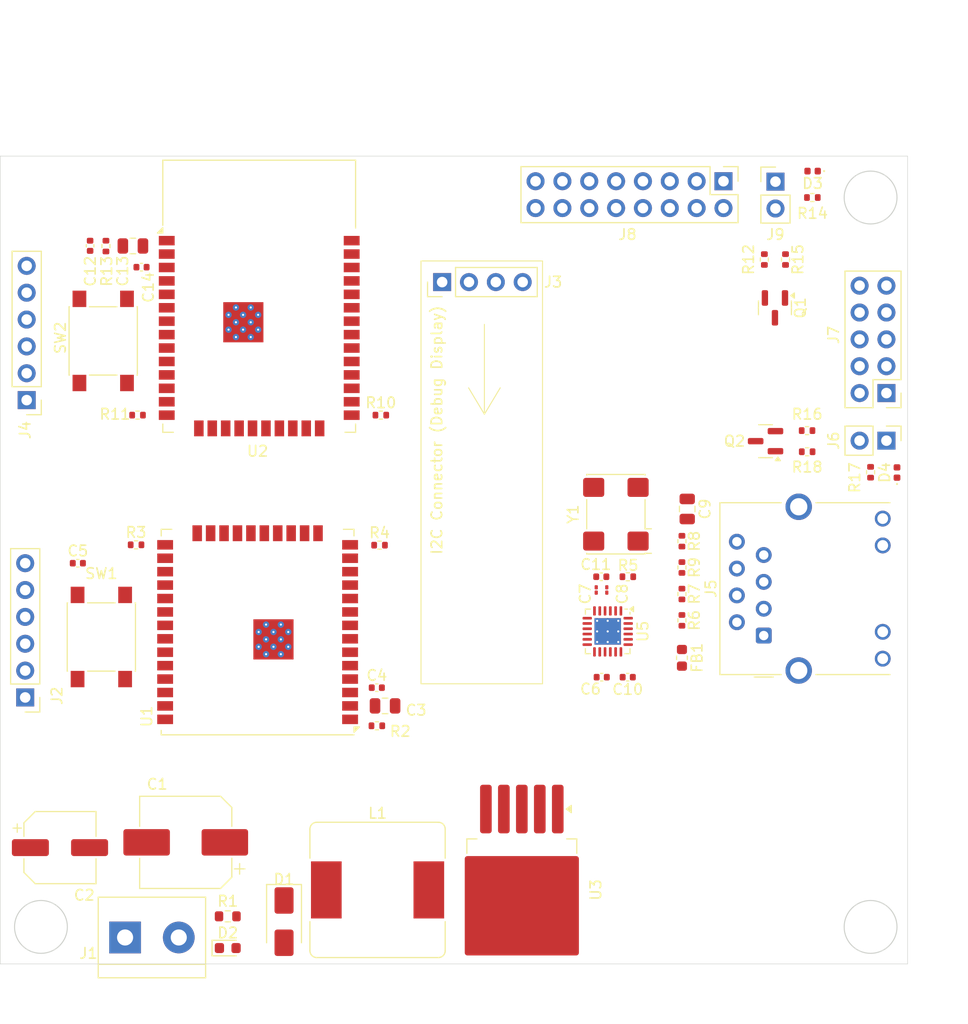
<source format=kicad_pcb>
(kicad_pcb (version 20241229) (generator "pcbnew") (generator_version "9.0")
  (title_block (title "Dual ESP32 Breakout Board") (date "2025-06-12") (rev "0.1") (company "CommandWare"))
  (layers (0 "F.Cu" signal) (4 "In1.Cu" signal) (6 "In2.Cu" signal) (8 "In3.Cu" signal) (10 "In4.Cu" signal) (2 "B.Cu" signal) (13 "F.Paste" user) (15 "B.Paste" user) (5 "F.SilkS" user "F.Silkscreen") (7 "B.SilkS" user "B.Silkscreen") (1 "F.Mask" user) (3 "B.Mask" user) (25 "Edge.Cuts" user))
  (net 0 "")
  (net 1 "Net-(J5-TD+)")
  (net 4 "Net-(J5-RCT)")
  (net 6 "Net-(J5-RD+)")
  (net 7 "Net-(J5-RD-)")
  (net 11 "/+3.3V")
  (net 13 "Net-(J5-TD-)")
  (net 14 "Net-(U1-IO19)")
  (net 18 "Net-(U1-IO12)")
  (net 23 "Net-(U1-IO26)")
  (net 24 "Net-(U1-IO18)")
  (net 25 "Net-(U1-EN)")
  (net 26 "Net-(U1-IO21)")
  (net 27 "Net-(U1-IO0)")
  (net 28 "Net-(U1-IO25)")
  (net 30 "Net-(U1-IO17)")
  (net 31 "Net-(U1-IO16)")
  (net 32 "Net-(U1-IO27)")
  (net 38 "Net-(U2-IO0)")
  (net 43 "Net-(U2-IO12)")
  (net 47 "Net-(U2-EN)")
  (net 50 "Net-(D2-A)")
  (net 51 "/+24V")
  (net 56 "/+3.3V_Filtered")
  (net 58 "Net-(U5-RBIAS)")
  (net 60 "Net-(U5-VDDCR)")
  (net 62 "Net-(U5-XTAL1{slash}CLKIN)")
  (net 63 "Net-(D2-K)")
  (net 64 "Net-(J6-Pin_2)")
  (net 65 "Net-(J2-DTR)")
  (net 66 "Net-(J4-DTR)")
  (net 67 "Net-(J2-RXD)")
  (net 70 "Net-(J2-TXD)")
  (net 71 "Net-(J3-SCL)")
  (net 72 "Net-(J3-SDA)")
  (net 74 "Net-(J4-RXD)")
  (net 75 "Net-(J4-TXD)")
  (net 77 "Net-(J9-Pin_2)")
  (net 78 "Net-(J7-GPIO15)")
  (net 79 "Net-(J7-GPIO5)")
  (net 80 "Net-(J7-GPIO13)")
  (net 81 "Net-(J7-GPIO32)")
  (net 82 "Net-(J7-GPIO4)")
  (net 83 "Net-(J7-GPIO33)")
  (net 84 "Net-(J7-GPIO14)")
  (net 85 "Net-(J8-P26)")
  (net 86 "Net-(J8-P15)")
  (net 87 "Net-(J8-P14)")
  (net 88 "Net-(J8-P4)")
  (net 89 "Net-(J8-P23)")
  (net 90 "Net-(J8-P19)")
  (net 91 "Net-(J8-P32)")
  (net 92 "Net-(J8-P18)")
  (net 93 "Net-(J8-P33)")
  (net 94 "Net-(J8-P27)")
  (net 95 "Net-(J8-P5)")
  (net 96 "Net-(J8-P13)")
  (net 97 "Net-(J8-P25)")
  (net 98 "Net-(D3-K)")
  (net 99 "Net-(D3-A)")
  (net 100 "Net-(D4-A)")
  (net 101 "Net-(D4-K)")
  (net 102 "Net-(Q1-B)")
  (net 103 "Net-(Q2-B)")
  (footprint "Connector_PinHeader_2.54mm:PinHeader_1x02_P2.54mm_Vertical" (layer "F.Cu") (at 186.425 91.415 -90)
    (property "Reference" "J6" (at 0 5 90) (layer "F.SilkS"))
    (property "Value" "U1@DEBUG")
    (pad "1" thru_hole rect (at 0 0 270) (size 1.7 1.7) (drill 1) (layers "*.Cu" "*.Mask") (net 11 "/+3.3V"))
    (pad "2" thru_hole circle (at 0 2.54 270) (size 1.7 1.7) (drill 1) (layers "*.Cu" "*.Mask") (net 64 "Net-(J6-Pin_2)"))
  )
  (footprint "Capacitor_SMD:C_0402_1005Metric" (layer "F.Cu") (at 138.203304 114.784346)
    (property "Reference" "C4" (at 0 -1.16 0) (layer "F.SilkS"))
    (property "Value" "100nF")
    (pad "1" smd roundrect (at -0.48 0) (size 0.56 0.62) (layers "F.Cu" "F.Mask" "F.Paste") (net 11 "/+3.3V"))
    (pad "2" smd roundrect (at 0.48 0) (size 0.56 0.62) (layers "F.Cu" "F.Mask" "F.Paste") (net 11 "/+3.3V"))
  )
  (footprint "LED_SMD:LED_0603_1608Metric" (layer "F.Cu") (at 124.1 139.415)
    (property "Reference" "D2" (at 0 -1.43 0) (layer "F.SilkS"))
    (property "Value" "LED")
    (pad "1" smd roundrect (at -0.7875 0) (size 0.875 0.95) (layers "F.Cu" "F.Mask" "F.Paste") (net 63 "Net-(D2-K)"))
    (pad "2" smd roundrect (at 0.7875 0) (size 0.875 0.95) (layers "F.Cu" "F.Mask" "F.Paste") (net 50 "Net-(D2-A)"))
  )
  (footprint "Capacitor_SMD:C_01005_0402Metric" (layer "F.Cu") (at 159.965 105.54 90)
    (property "Reference" "C8" (at -0.375 1.46 90) (layer "F.SilkS"))
    (property "Value" "470pF")
    (pad "1" smd roundrect (at -0.25 0 90) (size 0.4 0.3) (layers "F.Cu" "F.Mask") (net 60 "Net-(U5-VDDCR)"))
    (pad "2" smd roundrect (at 0.25 0 90) (size 0.4 0.3) (layers "F.Cu" "F.Mask") (net 11 "/+3.3V"))
  )
  (footprint "Resistor_SMD:R_0402_1005Metric" (layer "F.Cu") (at 179.415 68.415)
    (property "Reference" "R14" (at 0.01 1.5 0) (layer "F.SilkS"))
    (property "Value" "1kΩ")
    (pad "1" smd roundrect (at -0.51 0) (size 0.54 0.64) (layers "F.Cu" "F.Mask" "F.Paste") (net 77 "Net-(J9-Pin_2)"))
    (pad "2" smd roundrect (at 0.51 0) (size 0.54 0.64) (layers "F.Cu" "F.Mask" "F.Paste") (net 99 "Net-(D3-A)"))
  )
  (footprint "Resistor_SMD:R_0402_1005Metric" (layer "F.Cu") (at 167.075 108.415 -90)
    (property "Reference" "R6" (at 0 -1.17 90) (layer "F.SilkS"))
    (property "Value" "49.9Ω, 1% Resistor")
    (pad "1" smd roundrect (at -0.51 0 270) (size 0.54 0.64) (layers "F.Cu" "F.Mask" "F.Paste") (net 1 "Net-(J5-TD+)"))
    (pad "2" smd roundrect (at 0.51 0 270) (size 0.54 0.64) (layers "F.Cu" "F.Mask" "F.Paste") (net 56 "/+3.3V_Filtered"))
  )
  (footprint "Resistor_SMD:R_0402_1005Metric" (layer "F.Cu") (at 115.565 89)
    (property "Reference" "R11" (at -2.14 -0.085 0) (layer "F.SilkS"))
    (property "Value" "10kΩ")
    (pad "1" smd roundrect (at -0.51 0) (size 0.54 0.64) (layers "F.Cu" "F.Mask" "F.Paste") (net 43 "Net-(U2-IO12)"))
    (pad "2" smd roundrect (at 0.51 0) (size 0.54 0.64) (layers "F.Cu" "F.Mask" "F.Paste") (net 11 "/+3.3V"))
  )
  (footprint "Resistor_SMD:R_0402_1005Metric" (layer "F.Cu") (at 161.955 104.29 180)
    (property "Reference" "R5" (at -0.026009 1.078186 0) (layer "F.SilkS"))
    (property "Value" "12.1kΩ, 1% Resistor")
    (pad "1" smd roundrect (at -0.51 0 180) (size 0.54 0.64) (layers "F.Cu" "F.Mask" "F.Paste") (net 58 "Net-(U5-RBIAS)"))
    (pad "2" smd roundrect (at 0.51 0 180) (size 0.54 0.64) (layers "F.Cu" "F.Mask" "F.Paste") (net 11 "/+3.3V"))
  )
  (footprint "Capacitor_SMD:C_0402_1005Metric" (layer "F.Cu") (at 161.945 113.79 180)
    (property "Reference" "C10" (at 0 -1.16 0) (layer "F.SilkS"))
    (property "Value" "100nF")
    (pad "1" smd roundrect (at -0.48 0 180) (size 0.56 0.62) (layers "F.Cu" "F.Mask" "F.Paste") (net 56 "/+3.3V_Filtered"))
    (pad "2" smd roundrect (at 0.48 0 180) (size 0.56 0.62) (layers "F.Cu" "F.Mask" "F.Paste") (net 11 "/+3.3V"))
  )
  (footprint "RF_Module:ESP32-WROOM-32D" (layer "F.Cu") (at 127.075 80.745)
    (property "Reference" "U2" (at -0.15 11.67 180) (layer "F.SilkS"))
    (property "Value" "ESP32-WROOM-32D")
    (pad "1" smd rect (at -8.75 -8.25) (size 1.5 0.9) (layers "F.Cu" "F.Mask" "F.Paste") (net 11 "/+3.3V"))
    (pad "2" smd rect (at -8.75 -6.98) (size 1.5 0.9) (layers "F.Cu" "F.Mask" "F.Paste") (net 11 "/+3.3V"))
    (pad "3" smd rect (at -8.75 -5.71) (size 1.5 0.9) (layers "F.Cu" "F.Mask" "F.Paste") (net 47 "Net-(U2-EN)"))
    (pad "4" smd rect (at -8.75 -4.44) (size 1.5 0.9) (layers "F.Cu" "F.Mask" "F.Paste"))
    (pad "5" smd rect (at -8.75 -3.17) (size 1.5 0.9) (layers "F.Cu" "F.Mask" "F.Paste"))
    (pad "6" smd rect (at -8.75 -1.9) (size 1.5 0.9) (layers "F.Cu" "F.Mask" "F.Paste"))
    (pad "7" smd rect (at -8.75 -0.63) (size 1.5 0.9) (layers "F.Cu" "F.Mask" "F.Paste"))
    (pad "8" smd rect (at -8.75 0.64) (size 1.5 0.9) (layers "F.Cu" "F.Mask" "F.Paste") (net 91 "Net-(J8-P32)"))
    (pad "9" smd rect (at -8.75 1.91) (size 1.5 0.9) (layers "F.Cu" "F.Mask" "F.Paste") (net 93 "Net-(J8-P33)"))
    (pad "10" smd rect (at -8.75 3.18) (size 1.5 0.9) (layers "F.Cu" "F.Mask" "F.Paste") (net 97 "Net-(J8-P25)"))
    (pad "11" smd rect (at -8.75 4.45) (size 1.5 0.9) (layers "F.Cu" "F.Mask" "F.Paste") (net 85 "Net-(J8-P26)"))
    (pad "12" smd rect (at -8.75 5.72) (size 1.5 0.9) (layers "F.Cu" "F.Mask" "F.Paste") (net 94 "Net-(J8-P27)"))
    (pad "13" smd rect (at -8.75 6.99) (size 1.5 0.9) (layers "F.Cu" "F.Mask" "F.Paste") (net 87 "Net-(J8-P14)"))
    (pad "14" smd rect (at -8.75 8.26) (size 1.5 0.9) (layers "F.Cu" "F.Mask" "F.Paste") (net 43 "Net-(U2-IO12)"))
    (pad "15" smd rect (at -5.71 9.51 90) (size 1.5 0.9) (layers "F.Cu" "F.Mask" "F.Paste") (net 11 "/+3.3V"))
    (pad "16" smd rect (at -4.44 9.51 90) (size 1.5 0.9) (layers "F.Cu" "F.Mask" "F.Paste") (net 96 "Net-(J8-P13)"))
    (pad "17" smd rect (at -3.17 9.51 90) (size 1.5 0.9) (layers "F.Cu" "F.Mask" "F.Paste"))
    (pad "18" smd rect (at -1.9 9.51 90) (size 1.5 0.9) (layers "F.Cu" "F.Mask" "F.Paste"))
    (pad "19" smd rect (at -0.63 9.51 90) (size 1.5 0.9) (layers "F.Cu" "F.Mask" "F.Paste"))
    (pad "20" smd rect (at 0.64 9.51 90) (size 1.5 0.9) (layers "F.Cu" "F.Mask" "F.Paste"))
    (pad "21" smd rect (at 1.91 9.51 90) (size 1.5 0.9) (layers "F.Cu" "F.Mask" "F.Paste"))
    (pad "22" smd rect (at 3.18 9.51 90) (size 1.5 0.9) (layers "F.Cu" "F.Mask" "F.Paste"))
    (pad "23" smd rect (at 4.45 9.51 90) (size 1.5 0.9) (layers "F.Cu" "F.Mask" "F.Paste") (net 86 "Net-(J8-P15)"))
    (pad "24" smd rect (at 5.72 9.51 90) (size 1.5 0.9) (layers "F.Cu" "F.Mask" "F.Paste") (net 77 "Net-(J9-Pin_2)"))
    (pad "25" smd rect (at 8.75 8.26) (size 1.5 0.9) (layers "F.Cu" "F.Mask" "F.Paste") (net 38 "Net-(U2-IO0)"))
    (pad "26" smd rect (at 8.75 6.99) (size 1.5 0.9) (layers "F.Cu" "F.Mask" "F.Paste") (net 88 "Net-(J8-P4)"))
    (pad "27" smd rect (at 8.75 5.72) (size 1.5 0.9) (layers "F.Cu" "F.Mask" "F.Paste") (net 30 "Net-(U1-IO17)"))
    (pad "28" smd rect (at 8.75 4.45) (size 1.5 0.9) (layers "F.Cu" "F.Mask" "F.Paste") (net 31 "Net-(U1-IO16)"))
    (pad "29" smd rect (at 8.75 3.18) (size 1.5 0.9) (layers "F.Cu" "F.Mask" "F.Paste") (net 95 "Net-(J8-P5)"))
    (pad "30" smd rect (at 8.75 1.91) (size 1.5 0.9) (layers "F.Cu" "F.Mask" "F.Paste") (net 92 "Net-(J8-P18)"))
    (pad "31" smd rect (at 8.75 0.64) (size 1.5 0.9) (layers "F.Cu" "F.Mask" "F.Paste") (net 90 "Net-(J8-P19)"))
    (pad "32" smd rect (at 8.75 -0.63) (size 1.5 0.9) (layers "F.Cu" "F.Mask" "F.Paste"))
    (pad "33" smd rect (at 8.75 -1.9) (size 1.5 0.9) (layers "F.Cu" "F.Mask" "F.Paste") (net 72 "Net-(J3-SDA)"))
    (pad "34" smd rect (at 8.75 -3.17) (size 1.5 0.9) (layers "F.Cu" "F.Mask" "F.Paste") (net 75 "Net-(J4-TXD)"))
    (pad "35" smd rect (at 8.75 -4.44) (size 1.5 0.9) (layers "F.Cu" "F.Mask" "F.Paste") (net 74 "Net-(J4-RXD)"))
    (pad "36" smd rect (at 8.75 -5.71) (size 1.5 0.9) (layers "F.Cu" "F.Mask" "F.Paste") (net 71 "Net-(J3-SCL)"))
    (pad "37" smd rect (at 8.75 -6.98) (size 1.5 0.9) (layers "F.Cu" "F.Mask" "F.Paste") (net 89 "Net-(J8-P23)"))
    (pad "38" smd rect (at 8.75 -8.25) (size 1.5 0.9) (layers "F.Cu" "F.Mask" "F.Paste") (net 11 "/+3.3V"))
    (pad "39" smd rect (at -2.9 -1.93) (size 0.9 0.9) (layers "F.Cu" "F.Paste") (net 11 "/+3.3V"))
    (pad "39" thru_hole circle (at -2.9 -1.23) (size 0.6 0.6) (drill 0.2) (property pad_prop_heatsink) (layers "*.Cu" "F.Mask") (net 11 "/+3.3V"))
    (pad "39" smd rect (at -2.9 -0.53) (size 0.9 0.9) (layers "F.Cu" "F.Paste") (net 11 "/+3.3V"))
    (pad "39" thru_hole circle (at -2.9 0.17) (size 0.6 0.6) (drill 0.2) (property pad_prop_heatsink) (layers "*.Cu" "F.Mask") (net 11 "/+3.3V"))
    (pad "39" smd rect (at -2.9 0.87) (size 0.9 0.9) (layers "F.Cu" "F.Paste") (net 11 "/+3.3V"))
    (pad "39" thru_hole circle (at -2.2 -1.93) (size 0.6 0.6) (drill 0.2) (property pad_prop_heatsink) (layers "*.Cu" "F.Mask") (net 11 "/+3.3V"))
    (pad "39" thru_hole circle (at -2.2 -0.53) (size 0.6 0.6) (drill 0.2) (property pad_prop_heatsink) (layers "*.Cu" "F.Mask") (net 11 "/+3.3V"))
    (pad "39" thru_hole circle (at -2.2 0.87) (size 0.6 0.6) (drill 0.2) (property pad_prop_heatsink) (layers "*.Cu" "F.Mask") (net 11 "/+3.3V"))
    (pad "39" thru_hole circle (at -1.525 -1.23) (size 0.6 0.6) (drill 0.2) (property pad_prop_heatsink) (layers "*.Cu" "F.Mask") (net 11 "/+3.3V"))
    (pad "39" thru_hole circle (at -1.525 0.17) (size 0.6 0.6) (drill 0.2) (property pad_prop_heatsink) (layers "*.Cu" "F.Mask") (net 11 "/+3.3V"))
    (pad "39" smd rect (at -1.5 -1.93) (size 0.9 0.9) (layers "F.Cu" "F.Paste") (net 11 "/+3.3V"))
    (pad "39" smd rect (at -1.5 -0.53) (size 0.9 0.9) (layers "F.Cu" "F.Paste") (net 11 "/+3.3V"))
    (pad "39" smd rect (at -1.5 -0.53) (size 3.8 3.8) (property pad_prop_heatsink) (layers "F.Cu" "F.Mask") (net 11 "/+3.3V"))
    (pad "39" smd rect (at -1.5 0.87) (size 0.9 0.9) (layers "F.Cu" "F.Paste") (net 11 "/+3.3V"))
    (pad "39" thru_hole circle (at -0.8 -1.93) (size 0.6 0.6) (drill 0.2) (property pad_prop_heatsink) (layers "*.Cu" "F.Mask") (net 11 "/+3.3V"))
    (pad "39" thru_hole circle (at -0.8 -0.53) (size 0.6 0.6) (drill 0.2) (property pad_prop_heatsink) (layers "*.Cu" "F.Mask") (net 11 "/+3.3V"))
    (pad "39" thru_hole circle (at -0.8 0.87) (size 0.6 0.6) (drill 0.2) (property pad_prop_heatsink) (layers "*.Cu" "F.Mask") (net 11 "/+3.3V"))
    (pad "39" smd rect (at -0.1 -1.93) (size 0.9 0.9) (layers "F.Cu" "F.Paste") (net 11 "/+3.3V"))
    (pad "39" thru_hole circle (at -0.1 -1.23) (size 0.6 0.6) (drill 0.2) (property pad_prop_heatsink) (layers "*.Cu" "F.Mask") (net 11 "/+3.3V"))
    (pad "39" smd rect (at -0.1 -0.53) (size 0.9 0.9) (layers "F.Cu" "F.Paste") (net 11 "/+3.3V"))
    (pad "39" thru_hole circle (at -0.1 0.17) (size 0.6 0.6) (drill 0.2) (property pad_prop_heatsink) (layers "*.Cu" "F.Mask") (net 11 "/+3.3V"))
    (pad "39" smd rect (at -0.1 0.87) (size 0.9 0.9) (layers "F.Cu" "F.Paste") (net 11 "/+3.3V"))
  )
  (footprint "Connector_PinHeader_2.54mm:PinHeader_2x05_P2.54mm_Vertical" (layer "F.Cu") (at 186.425 86.915 180)
    (property "Reference" "J7" (at 5 5.5 90) (layer "F.SilkS"))
    (property "Value" "GPIO_EXT@U1")
    (pad "1" thru_hole rect (at 0 0 180) (size 1.7 1.7) (drill 1) (layers "*.Cu" "*.Mask") (net 11 "/+3.3V"))
    (pad "2" thru_hole circle (at 2.54 0 180) (size 1.7 1.7) (drill 1) (layers "*.Cu" "*.Mask") (net 11 "/+3.3V"))
    (pad "3" thru_hole circle (at 0 2.54 180) (size 1.7 1.7) (drill 1) (layers "*.Cu" "*.Mask") (net 82 "Net-(J7-GPIO4)"))
    (pad "4" thru_hole circle (at 2.54 2.54 180) (size 1.7 1.7) (drill 1) (layers "*.Cu" "*.Mask") (net 79 "Net-(J7-GPIO5)"))
    (pad "5" thru_hole circle (at 0 5.08 180) (size 1.7 1.7) (drill 1) (layers "*.Cu" "*.Mask") (net 80 "Net-(J7-GPIO13)"))
    (pad "6" thru_hole circle (at 2.54 5.08 180) (size 1.7 1.7) (drill 1) (layers "*.Cu" "*.Mask") (net 84 "Net-(J7-GPIO14)"))
    (pad "7" thru_hole circle (at 0 7.62 180) (size 1.7 1.7) (drill 1) (layers "*.Cu" "*.Mask") (net 78 "Net-(J7-GPIO15)"))
    (pad "8" thru_hole circle (at 2.54 7.62 180) (size 1.7 1.7) (drill 1) (layers "*.Cu" "*.Mask") (net 81 "Net-(J7-GPIO32)"))
    (pad "9" thru_hole circle (at 0 10.16 180) (size 1.7 1.7) (drill 1) (layers "*.Cu" "*.Mask") (net 83 "Net-(J7-GPIO33)"))
    (pad "10" thru_hole circle (at 2.54 10.16 180) (size 1.7 1.7) (drill 1) (layers "*.Cu" "*.Mask") (net 11 "/+3.3V"))
  )
  (footprint "Package_TO_SOT_SMD:SOT-23" (layer "F.Cu") (at 174.9875 91.465 180)
    (property "Reference" "Q2" (at 2.9375 0 0) (layer "F.SilkS"))
    (property "Value" "MMBT2222A")
    (pad "1" smd roundrect (at -0.9375 -0.95 180) (size 1.475 0.6) (layers "F.Cu" "F.Mask" "F.Paste") (net 103 "Net-(Q2-B)"))
    (pad "2" smd roundrect (at -0.9375 0.95 180) (size 1.475 0.6) (layers "F.Cu" "F.Mask" "F.Paste") (net 11 "/+3.3V"))
    (pad "3" smd roundrect (at 0.9375 0 180) (size 1.475 0.6) (layers "F.Cu" "F.Mask" "F.Paste") (net 101 "Net-(D4-K)"))
  )
  (footprint "Capacitor_SMD:C_0402_1005Metric" (layer "F.Cu") (at 159.485 113.79 180)
    (property "Reference" "C6" (at 1.06 -1.125 0) (layer "F.SilkS"))
    (property "Value" "100nF")
    (pad "1" smd roundrect (at -0.48 0 180) (size 0.56 0.62) (layers "F.Cu" "F.Mask" "F.Paste") (net 11 "/+3.3V"))
    (pad "2" smd roundrect (at 0.48 0 180) (size 0.56 0.62) (layers "F.Cu" "F.Mask" "F.Paste") (net 24 "Net-(U1-IO18)"))
  )
  (footprint "Oscillator:Oscillator_SMD_SeikoEpson_SG8002CA-4Pin_7.0x5.0mm" (layer "F.Cu") (at 160.825 98.375 90)
    (property "Reference" "Y1" (at 0 -4.05 90) (layer "F.SilkS"))
    (property "Value" "SG-7050CAN (50MHz)")
    (pad "1" smd roundrect (at -2.54 2.1 90) (size 1.8 2) (layers "F.Cu" "F.Mask" "F.Paste") (roundrect_rratio 0.138889) (net 11 "/+3.3V"))
    (pad "2" smd roundrect (at 2.54 2.1 90) (size 1.8 2) (layers "F.Cu" "F.Mask" "F.Paste") (roundrect_rratio 0.138889) (net 24 "Net-(U1-IO18)"))
    (pad "3" smd roundrect (at 2.54 -2.1 90) (size 1.8 2) (layers "F.Cu" "F.Mask" "F.Paste") (roundrect_rratio 0.138889) (net 62 "Net-(U5-XTAL1{slash}CLKIN)"))
    (pad "4" smd roundrect (at -2.54 -2.1 90) (size 1.8 2) (layers "F.Cu" "F.Mask" "F.Paste") (roundrect_rratio 0.138889) (net 11 "/+3.3V"))
  )
  (footprint "Capacitor_SMD:CP_Elec_8x10.5" (layer "F.Cu") (at 120.125 129.415 180)
    (property "Reference" "C1" (at 2.7 5.5 0) (layer "F.SilkS"))
    (property "Value" "220uF")
    (pad "1" smd roundrect (at -3.7 0 180) (size 4.4 2.5) (layers "F.Cu" "F.Mask" "F.Paste") (roundrect_rratio 0.1) (net 11 "/+3.3V"))
    (pad "2" smd roundrect (at 3.7 0 180) (size 4.4 2.5) (layers "F.Cu" "F.Mask" "F.Paste") (roundrect_rratio 0.1) (net 11 "/+3.3V"))
  )
  (footprint "Resistor_SMD:R_0402_1005Metric" (layer "F.Cu") (at 178.925 92.465 180)
    (property "Reference" "R18" (at 0 -1.45 0) (layer "F.SilkS"))
    (property "Value" "4.7kΩ")
    (pad "1" smd roundrect (at -0.51 0 180) (size 0.54 0.64) (layers "F.Cu" "F.Mask" "F.Paste") (net 103 "Net-(Q2-B)"))
    (pad "2" smd roundrect (at 0.51 0 180) (size 0.54 0.64) (layers "F.Cu" "F.Mask" "F.Paste") (net 64 "Net-(J6-Pin_2)"))
  )
  (footprint "Inductor_SMD:L_0603_1608Metric" (layer "F.Cu") (at 167.075 111.9575 -90)
    (property "Reference" "FB1" (at 0 -1.43 90) (layer "F.SilkS"))
    (property "Value" "600Ω@100MHz")
    (pad "1" smd roundrect (at -0.7875 0 270) (size 0.875 0.95) (layers "F.Cu" "F.Mask" "F.Paste") (net 56 "/+3.3V_Filtered"))
    (pad "2" smd roundrect (at 0.7875 0 270) (size 0.875 0.95) (layers "F.Cu" "F.Mask" "F.Paste") (net 11 "/+3.3V"))
  )
  (footprint "Capacitor_SMD:C_0402_1005Metric" (layer "F.Cu") (at 111.075 72.98 90)
    (property "Reference" "C12" (at -2.407605 0.021801 90) (layer "F.SilkS"))
    (property "Value" "100nF")
    (pad "1" smd roundrect (at -0.48 0 90) (size 0.56 0.62) (layers "F.Cu" "F.Mask" "F.Paste") (net 66 "Net-(J4-DTR)"))
    (pad "2" smd roundrect (at 0.48 0 90) (size 0.56 0.62) (layers "F.Cu" "F.Mask" "F.Paste") (net 47 "Net-(U2-EN)"))
  )
  (footprint "Resistor_SMD:R_0402_1005Metric" (layer "F.Cu") (at 138.461977 101.301773)
    (property "Reference" "R4" (at 0 -1.17 0) (layer "F.SilkS"))
    (property "Value" "10kΩ")
    (pad "1" smd roundrect (at -0.51 0) (size 0.54 0.64) (layers "F.Cu" "F.Mask" "F.Paste") (net 18 "Net-(U1-IO12)"))
    (pad "2" smd roundrect (at 0.51 0) (size 0.54 0.64) (layers "F.Cu" "F.Mask" "F.Paste") (net 11 "/+3.3V"))
  )
  (footprint "Inductor_SMD:L_Bourns_SRR1260" (layer "F.Cu") (at 138.275 133.915)
    (property "Reference" "L1" (at 0 -7.25 0) (layer "F.SilkS"))
    (property "Value" "33uH")
    (pad "1" smd rect (at -4.85 0) (size 2.9 5.4) (layers "F.Cu" "F.Mask" "F.Paste") (net 11 "/+3.3V"))
    (pad "2" smd rect (at 4.85 0) (size 2.9 5.4) (layers "F.Cu" "F.Mask" "F.Paste") (net 50 "Net-(D2-A)"))
  )
  (footprint "Resistor_SMD:R_0402_1005Metric" (layer "F.Cu") (at 112.575 73.01 90)
    (property "Reference" "R13" (at -2.377605 0.070898 90) (layer "F.SilkS"))
    (property "Value" "10kΩ")
    (pad "1" smd roundrect (at -0.51 0 90) (size 0.54 0.64) (layers "F.Cu" "F.Mask" "F.Paste") (net 11 "/+3.3V"))
    (pad "2" smd roundrect (at 0.51 0 90) (size 0.54 0.64) (layers "F.Cu" "F.Mask" "F.Paste") (net 47 "Net-(U2-EN)"))
  )
  (footprint "Capacitor_SMD:C_0402_1005Metric" (layer "F.Cu") (at 115.940451 75.004621)
    (property "Reference" "C14" (at 0.643831 1.905826 90) (layer "F.SilkS"))
    (property "Value" "100nF")
    (pad "1" smd roundrect (at -0.48 0) (size 0.56 0.62) (layers "F.Cu" "F.Mask" "F.Paste") (net 11 "/+3.3V"))
    (pad "2" smd roundrect (at 0.48 0) (size 0.56 0.62) (layers "F.Cu" "F.Mask" "F.Paste") (net 11 "/+3.3V"))
  )
  (footprint "LED_SMD:LED_0402_1005Metric" (layer "F.Cu") (at 179.44 65.915 180)
    (property "Reference" "D3" (at 0 -1.17 0) (layer "F.SilkS"))
    (property "Value" "LED")
    (pad "1" smd roundrect (at -0.485 0 180) (size 0.59 0.64) (layers "F.Cu" "F.Mask" "F.Paste") (net 98 "Net-(D3-K)"))
    (pad "2" smd roundrect (at 0.485 0 180) (size 0.59 0.64) (layers "F.Cu" "F.Mask" "F.Paste") (net 99 "Net-(D3-A)"))
  )
  (footprint "RF_Module:ESP32-WROOM-32U" (layer "F.Cu") (at 126.925 109.525 180)
    (property "Reference" "U1" (at 10.490308 -7.983217 90) (layer "F.SilkS"))
    (property "Value" "ESP32-WROOM-32U")
    (pad "1" smd rect (at -8.75 -8.255 180) (size 1.5 0.9) (layers "F.Cu" "F.Mask" "F.Paste") (net 11 "/+3.3V"))
    (pad "2" smd rect (at -8.75 -6.985 180) (size 1.5 0.9) (layers "F.Cu" "F.Mask" "F.Paste") (net 11 "/+3.3V"))
    (pad "3" smd rect (at -8.75 -5.715 180) (size 1.5 0.9) (layers "F.Cu" "F.Mask" "F.Paste") (net 25 "Net-(U1-EN)"))
    (pad "4" smd rect (at -8.75 -4.445 180) (size 1.5 0.9) (layers "F.Cu" "F.Mask" "F.Paste"))
    (pad "5" smd rect (at -8.75 -3.175 180) (size 1.5 0.9) (layers "F.Cu" "F.Mask" "F.Paste"))
    (pad "6" smd rect (at -8.75 -1.905 180) (size 1.5 0.9) (layers "F.Cu" "F.Mask" "F.Paste"))
    (pad "7" smd rect (at -8.75 -0.635 180) (size 1.5 0.9) (layers "F.Cu" "F.Mask" "F.Paste"))
    (pad "8" smd rect (at -8.75 0.635 180) (size 1.5 0.9) (layers "F.Cu" "F.Mask" "F.Paste") (net 81 "Net-(J7-GPIO32)"))
    (pad "9" smd rect (at -8.75 1.905 180) (size 1.5 0.9) (layers "F.Cu" "F.Mask" "F.Paste") (net 83 "Net-(J7-GPIO33)"))
    (pad "10" smd rect (at -8.75 3.175 180) (size 1.5 0.9) (layers "F.Cu" "F.Mask" "F.Paste") (net 28 "Net-(U1-IO25)"))
    (pad "11" smd rect (at -8.75 4.445 180) (size 1.5 0.9) (layers "F.Cu" "F.Mask" "F.Paste") (net 23 "Net-(U1-IO26)"))
    (pad "12" smd rect (at -8.75 5.715 180) (size 1.5 0.9) (layers "F.Cu" "F.Mask" "F.Paste") (net 32 "Net-(U1-IO27)"))
    (pad "13" smd rect (at -8.75 6.985 180) (size 1.5 0.9) (layers "F.Cu" "F.Mask" "F.Paste") (net 84 "Net-(J7-GPIO14)"))
    (pad "14" smd rect (at -8.75 8.255 180) (size 1.5 0.9) (layers "F.Cu" "F.Mask" "F.Paste") (net 18 "Net-(U1-IO12)"))
    (pad "15" smd rect (at -5.715 9.35 270) (size 1.5 0.9) (layers "F.Cu" "F.Mask" "F.Paste") (net 11 "/+3.3V"))
    (pad "16" smd rect (at -4.445 9.35 270) (size 1.5 0.9) (layers "F.Cu" "F.Mask" "F.Paste") (net 80 "Net-(J7-GPIO13)"))
    (pad "17" smd rect (at -3.175 9.35 270) (size 1.5 0.9) (layers "F.Cu" "F.Mask" "F.Paste"))
    (pad "18" smd rect (at -1.905 9.35 270) (size 1.5 0.9) (layers "F.Cu" "F.Mask" "F.Paste"))
    (pad "19" smd rect (at -0.635 9.35 270) (size 1.5 0.9) (layers "F.Cu" "F.Mask" "F.Paste"))
    (pad "20" smd rect (at 0.635 9.35 270) (size 1.5 0.9) (layers "F.Cu" "F.Mask" "F.Paste"))
    (pad "21" smd rect (at 1.905 9.35 270) (size 1.5 0.9) (layers "F.Cu" "F.Mask" "F.Paste"))
    (pad "22" smd rect (at 3.175 9.35 270) (size 1.5 0.9) (layers "F.Cu" "F.Mask" "F.Paste"))
    (pad "23" smd rect (at 4.445 9.35 270) (size 1.5 0.9) (layers "F.Cu" "F.Mask" "F.Paste") (net 78 "Net-(J7-GPIO15)"))
    (pad "24" smd rect (at 5.715 9.35 270) (size 1.5 0.9) (layers "F.Cu" "F.Mask" "F.Paste") (net 64 "Net-(J6-Pin_2)"))
    (pad "25" smd rect (at 8.75 8.255 180) (size 1.5 0.9) (layers "F.Cu" "F.Mask" "F.Paste") (net 27 "Net-(U1-IO0)"))
    (pad "26" smd rect (at 8.75 6.985 180) (size 1.5 0.9) (layers "F.Cu" "F.Mask" "F.Paste") (net 82 "Net-(J7-GPIO4)"))
    (pad "27" smd rect (at 8.75 5.715 180) (size 1.5 0.9) (layers "F.Cu" "F.Mask" "F.Paste") (net 31 "Net-(U1-IO16)"))
    (pad "28" smd rect (at 8.75 4.445 180) (size 1.5 0.9) (layers "F.Cu" "F.Mask" "F.Paste") (net 30 "Net-(U1-IO17)"))
    (pad "29" smd rect (at 8.75 3.175 180) (size 1.5 0.9) (layers "F.Cu" "F.Mask" "F.Paste") (net 79 "Net-(J7-GPIO5)"))
    (pad "30" smd rect (at 8.75 1.905 180) (size 1.5 0.9) (layers "F.Cu" "F.Mask" "F.Paste") (net 24 "Net-(U1-IO18)"))
    (pad "31" smd rect (at 8.75 0.635 180) (size 1.5 0.9) (layers "F.Cu" "F.Mask" "F.Paste") (net 14 "Net-(U1-IO19)"))
    (pad "32" smd rect (at 8.75 -0.635 180) (size 1.5 0.9) (layers "F.Cu" "F.Mask" "F.Paste"))
    (pad "33" smd rect (at 8.75 -1.905 180) (size 1.5 0.9) (layers "F.Cu" "F.Mask" "F.Paste") (net 26 "Net-(U1-IO21)"))
    (pad "34" smd rect (at 8.75 -3.175 180) (size 1.5 0.9) (layers "F.Cu" "F.Mask" "F.Paste") (net 70 "Net-(J2-TXD)"))
    (pad "35" smd rect (at 8.75 -4.445 180) (size 1.5 0.9) (layers "F.Cu" "F.Mask" "F.Paste") (net 67 "Net-(J2-RXD)"))
    (pad "36" smd rect (at 8.75 -5.715 180) (size 1.5 0.9) (layers "F.Cu" "F.Mask" "F.Paste") (net 11 "/+3.3V"))
    (pad "37" smd rect (at 8.75 -6.985 180) (size 1.5 0.9) (layers "F.Cu" "F.Mask" "F.Paste") (net 11 "/+3.3V"))
    (pad "38" smd rect (at 8.75 -8.255 180) (size 1.5 0.9) (layers "F.Cu" "F.Mask" "F.Paste") (net 11 "/+3.3V"))
    (pad "39" smd rect (at -2.9 -2.09 180) (size 0.9 0.9) (layers "F.Cu" "F.Paste") (net 11 "/+3.3V"))
    (pad "39" thru_hole circle (at -2.9 -1.39 180) (size 0.6 0.6) (drill 0.2) (property pad_prop_heatsink) (layers "*.Cu" "F.Mask") (net 11 "/+3.3V"))
    (pad "39" smd rect (at -2.9 -0.69 180) (size 0.9 0.9) (layers "F.Cu" "F.Paste") (net 11 "/+3.3V"))
    (pad "39" thru_hole circle (at -2.9 0.01 180) (size 0.6 0.6) (drill 0.2) (property pad_prop_heatsink) (layers "*.Cu" "F.Mask") (net 11 "/+3.3V"))
    (pad "39" smd rect (at -2.9 0.71 180) (size 0.9 0.9) (layers "F.Cu" "F.Paste") (net 11 "/+3.3V"))
    (pad "39" thru_hole circle (at -2.2 -2.09 180) (size 0.6 0.6) (drill 0.2) (property pad_prop_heatsink) (layers "*.Cu" "F.Mask") (net 11 "/+3.3V"))
    (pad "39" thru_hole circle (at -2.2 -0.69 180) (size 0.6 0.6) (drill 0.2) (property pad_prop_heatsink) (layers "*.Cu" "F.Mask") (net 11 "/+3.3V"))
    (pad "39" thru_hole circle (at -2.2 0.71 180) (size 0.6 0.6) (drill 0.2) (property pad_prop_heatsink) (layers "*.Cu" "F.Mask") (net 11 "/+3.3V"))
    (pad "39" smd rect (at -1.5 -2.09 180) (size 0.9 0.9) (layers "F.Cu" "F.Paste") (net 11 "/+3.3V"))
    (pad "39" thru_hole circle (at -1.5 -1.39 180) (size 0.6 0.6) (drill 0.2) (property pad_prop_heatsink) (layers "*.Cu" "F.Mask") (net 11 "/+3.3V"))
    (pad "39" smd rect (at -1.5 -0.69 180) (size 0.9 0.9) (layers "F.Cu" "F.Paste") (net 11 "/+3.3V"))
    (pad "39" smd rect (at -1.5 -0.69 180) (size 3.8 3.8) (property pad_prop_heatsink) (layers "F.Cu" "F.Mask") (net 11 "/+3.3V"))
    (pad "39" thru_hole circle (at -1.5 0.01 180) (size 0.6 0.6) (drill 0.2) (property pad_prop_heatsink) (layers "*.Cu" "F.Mask") (net 11 "/+3.3V"))
    (pad "39" smd rect (at -1.5 0.71 180) (size 0.9 0.9) (layers "F.Cu" "F.Paste") (net 11 "/+3.3V"))
    (pad "39" thru_hole circle (at -0.8 -2.09 180) (size 0.6 0.6) (drill 0.2) (property pad_prop_heatsink) (layers "*.Cu" "F.Mask") (net 11 "/+3.3V"))
    (pad "39" thru_hole circle (at -0.8 -0.69 180) (size 0.6 0.6) (drill 0.2) (property pad_prop_heatsink) (layers "*.Cu" "F.Mask") (net 11 "/+3.3V"))
    (pad "39" thru_hole circle (at -0.8 0.71 180) (size 0.6 0.6) (drill 0.2) (property pad_prop_heatsink) (layers "*.Cu" "F.Mask") (net 11 "/+3.3V"))
    (pad "39" smd rect (at -0.1 -2.09 180) (size 0.9 0.9) (layers "F.Cu" "F.Paste") (net 11 "/+3.3V"))
    (pad "39" thru_hole circle (at -0.1 -1.39 180) (size 0.6 0.6) (drill 0.2) (property pad_prop_heatsink) (layers "*.Cu" "F.Mask") (net 11 "/+3.3V"))
    (pad "39" smd rect (at -0.1 -0.69 180) (size 0.9 0.9) (layers "F.Cu" "F.Paste") (net 11 "/+3.3V"))
    (pad "39" thru_hole circle (at -0.1 0.01 180) (size 0.6 0.6) (drill 0.2) (property pad_prop_heatsink) (layers "*.Cu" "F.Mask") (net 11 "/+3.3V"))
    (pad "39" smd rect (at -0.1 0.71 180) (size 0.9 0.9) (layers "F.Cu" "F.Paste") (net 11 "/+3.3V"))
  )
  (footprint "Package_DFN_QFN:VQFN-24-1EP_4x4mm_P0.5mm_EP2.5x2.5mm_ThermalVias" (layer "F.Cu") (at 160.05 109.46 -90)
    (property "Reference" "U5" (at 0 -3.33 90) (layer "F.SilkS"))
    (property "Value" "LAN8720A")
    (pad "1" smd roundrect (at -1.9375 -1.25 270) (size 0.875 0.25) (layers "F.Cu" "F.Mask" "F.Paste") (net 56 "/+3.3V_Filtered"))
    (pad "2" smd roundrect (at -1.9375 -0.75 270) (size 0.875 0.25) (layers "F.Cu" "F.Mask" "F.Paste"))
    (pad "3" smd roundrect (at -1.9375 -0.25 270) (size 0.875 0.25) (layers "F.Cu" "F.Mask" "F.Paste"))
    (pad "4" smd roundrect (at -1.9375 0.25 270) (size 0.875 0.25) (layers "F.Cu" "F.Mask" "F.Paste"))
    (pad "5" smd roundrect (at -1.9375 0.75 270) (size 0.875 0.25) (layers "F.Cu" "F.Mask" "F.Paste") (net 62 "Net-(U5-XTAL1{slash}CLKIN)"))
    (pad "6" smd roundrect (at -1.9375 1.25 270) (size 0.875 0.25) (layers "F.Cu" "F.Mask" "F.Paste") (net 60 "Net-(U5-VDDCR)"))
    (pad "7" smd roundrect (at -1.25 1.9375 270) (size 0.25 0.875) (layers "F.Cu" "F.Mask" "F.Paste") (net 23 "Net-(U1-IO26)"))
    (pad "8" smd roundrect (at -0.75 1.9375 270) (size 0.25 0.875) (layers "F.Cu" "F.Mask" "F.Paste") (net 28 "Net-(U1-IO25)"))
    (pad "9" smd roundrect (at -0.25 1.9375 270) (size 0.25 0.875) (layers "F.Cu" "F.Mask" "F.Paste"))
    (pad "10" smd roundrect (at 0.25 1.9375 270) (size 0.25 0.875) (layers "F.Cu" "F.Mask" "F.Paste"))
    (pad "11" smd roundrect (at 0.75 1.9375 270) (size 0.25 0.875) (layers "F.Cu" "F.Mask" "F.Paste") (net 32 "Net-(U1-IO27)"))
    (pad "12" smd roundrect (at 1.25 1.9375 270) (size 0.25 0.875) (layers "F.Cu" "F.Mask" "F.Paste") (net 24 "Net-(U1-IO18)"))
    (pad "13" smd roundrect (at 1.9375 1.25 270) (size 0.875 0.25) (layers "F.Cu" "F.Mask" "F.Paste") (net 11 "/+3.3V"))
    (pad "14" smd roundrect (at 1.9375 0.75 270) (size 0.875 0.25) (layers "F.Cu" "F.Mask" "F.Paste") (net 27 "Net-(U1-IO0)"))
    (pad "15" smd roundrect (at 1.9375 0.25 270) (size 0.875 0.25) (layers "F.Cu" "F.Mask" "F.Paste"))
    (pad "16" smd roundrect (at 1.9375 -0.25 270) (size 0.875 0.25) (layers "F.Cu" "F.Mask" "F.Paste") (net 26 "Net-(U1-IO21)"))
    (pad "17" smd roundrect (at 1.9375 -0.75 270) (size 0.875 0.25) (layers "F.Cu" "F.Mask" "F.Paste") (net 14 "Net-(U1-IO19)"))
    (pad "18" smd roundrect (at 1.9375 -1.25 270) (size 0.875 0.25) (layers "F.Cu" "F.Mask" "F.Paste") (net 11 "/+3.3V"))
    (pad "19" smd roundrect (at 1.25 -1.9375 270) (size 0.25 0.875) (layers "F.Cu" "F.Mask" "F.Paste") (net 56 "/+3.3V_Filtered"))
    (pad "20" smd roundrect (at 0.75 -1.9375 270) (size 0.25 0.875) (layers "F.Cu" "F.Mask" "F.Paste") (net 13 "Net-(J5-TD-)"))
    (pad "21" smd roundrect (at 0.25 -1.9375 270) (size 0.25 0.875) (layers "F.Cu" "F.Mask" "F.Paste") (net 1 "Net-(J5-TD+)"))
    (pad "22" smd roundrect (at -0.25 -1.9375 270) (size 0.25 0.875) (layers "F.Cu" "F.Mask" "F.Paste") (net 7 "Net-(J5-RD-)"))
    (pad "23" smd roundrect (at -0.75 -1.9375 270) (size 0.25 0.875) (layers "F.Cu" "F.Mask" "F.Paste") (net 6 "Net-(J5-RD+)"))
    (pad "24" smd roundrect (at -1.25 -1.9375 270) (size 0.25 0.875) (layers "F.Cu" "F.Mask" "F.Paste") (net 58 "Net-(U5-RBIAS)"))
    (pad "25" thru_hole circle (at -1 -1 270) (size 0.5 0.5) (drill 0.2) (property pad_prop_heatsink) (layers "*.Cu"))
    (pad "25" thru_hole circle (at -1 0 270) (size 0.5 0.5) (drill 0.2) (property pad_prop_heatsink) (layers "*.Cu"))
    (pad "25" thru_hole circle (at -1 1 270) (size 0.5 0.5) (drill 0.2) (property pad_prop_heatsink) (layers "*.Cu"))
    (pad "25" thru_hole circle (at 0 -1 270) (size 0.5 0.5) (drill 0.2) (property pad_prop_heatsink) (layers "*.Cu"))
    (pad "25" thru_hole circle (at 0 0 270) (size 0.5 0.5) (drill 0.2) (property pad_prop_heatsink) (layers "*.Cu"))
    (pad "25" smd rect (at 0 0 270) (size 2.5 2.5) (property pad_prop_heatsink) (layers "F.Cu" "F.Mask"))
    (pad "25" smd rect (at 0 0 270) (size 2.5 2.5) (property pad_prop_heatsink) (layers "B.Cu"))
    (pad "25" thru_hole circle (at 0 1 270) (size 0.5 0.5) (drill 0.2) (property pad_prop_heatsink) (layers "*.Cu"))
    (pad "25" thru_hole circle (at 1 -1 270) (size 0.5 0.5) (drill 0.2) (property pad_prop_heatsink) (layers "*.Cu"))
    (pad "25" thru_hole circle (at 1 0 270) (size 0.5 0.5) (drill 0.2) (property pad_prop_heatsink) (layers "*.Cu"))
    (pad "25" thru_hole circle (at 1 1 270) (size 0.5 0.5) (drill 0.2) (property pad_prop_heatsink) (layers "*.Cu"))
  )
  (footprint "Connector_PinHeader_2.54mm:PinHeader_1x06_P2.54mm_Vertical" (layer "F.Cu") (at 104.934692 115.708217 180)
    (property "Reference" "J2" (at -3 0.16 90) (layer "F.SilkS"))
    (property "Value" "U2@FTDI_ESP32")
    (pad "1" thru_hole rect (at 0 0 180) (size 1.7 1.7) (drill 1) (layers "*.Cu" "*.Mask") (net 11 "/+3.3V"))
    (pad "2" thru_hole circle (at 0 2.54 180) (size 1.7 1.7) (drill 1) (layers "*.Cu" "*.Mask"))
    (pad "3" thru_hole circle (at 0 5.08 180) (size 1.7 1.7) (drill 1) (layers "*.Cu" "*.Mask"))
    (pad "4" thru_hole circle (at 0 7.62 180) (size 1.7 1.7) (drill 1) (layers "*.Cu" "*.Mask") (net 70 "Net-(J2-TXD)"))
    (pad "5" thru_hole circle (at 0 10.16 180) (size 1.7 1.7) (drill 1) (layers "*.Cu" "*.Mask") (net 67 "Net-(J2-RXD)"))
    (pad "6" thru_hole circle (at 0 12.7 180) (size 1.7 1.7) (drill 1) (layers "*.Cu" "*.Mask") (net 65 "Net-(J2-DTR)"))
  )
  (footprint "Button_Switch_SMD:SW_SPST_PTS645" (layer "F.Cu") (at 112.315501 81.98 -90)
    (property "Reference" "SW2" (at -0.290981 4.054336 270) (layer "F.SilkS"))
    (property "Value" "U2@BOOT")
    (pad "1" smd rect (at -3.98 -2.25 270) (size 1.55 1.3) (layers "F.Cu" "F.Mask" "F.Paste") (net 11 "/+3.3V"))
    (pad "1" smd rect (at 3.98 -2.25 270) (size 1.55 1.3) (layers "F.Cu" "F.Mask" "F.Paste") (net 11 "/+3.3V"))
    (pad "2" smd rect (at -3.98 2.25 270) (size 1.55 1.3) (layers "F.Cu" "F.Mask" "F.Paste") (net 38 "Net-(U2-IO0)"))
    (pad "2" smd rect (at 3.98 2.25 270) (size 1.55 1.3) (layers "F.Cu" "F.Mask" "F.Paste") (net 38 "Net-(U2-IO0)"))
  )
  (footprint "Capacitor_SMD:C_0805_2012Metric" (layer "F.Cu") (at 138.984692 116.508217)
    (property "Reference" "C3" (at 2.940308 0.406783 0) (layer "F.SilkS"))
    (property "Value" "10uF")
    (pad "1" smd roundrect (at -0.95 0) (size 1 1.45) (layers "F.Cu" "F.Mask" "F.Paste") (net 11 "/+3.3V"))
    (pad "2" smd roundrect (at 0.95 0) (size 1 1.45) (layers "F.Cu" "F.Mask" "F.Paste") (net 11 "/+3.3V"))
  )
  (footprint "TerminalBlock:TerminalBlock_bornier-2_P5.08mm" (layer "F.Cu") (at 114.385 138.415)
    (property "Reference" "J1" (at -3.46 1.5 0) (layer "F.SilkS"))
    (property "Value" "24V_PSU")
    (pad "1" thru_hole rect (at 0 0) (size 3 3) (drill 1.52) (layers "*.Cu" "*.Mask") (net 51 "/+24V"))
    (pad "2" thru_hole circle (at 5.08 0) (size 3 3) (drill 1.52) (layers "*.Cu" "*.Mask") (net 11 "/+3.3V"))
  )
  (footprint "Capacitor_SMD:CP_Elec_6.3x5.4" (layer "F.Cu") (at 108.225 129.915)
    (property "Reference" "C2" (at 2.3 4.5 0) (layer "F.SilkS"))
    (property "Value" "100uF")
    (pad "1" smd roundrect (at -2.8 0) (size 3.5 1.6) (layers "F.Cu" "F.Mask" "F.Paste") (roundrect_rratio 0.15625) (net 51 "/+24V"))
    (pad "2" smd roundrect (at 2.8 0) (size 3.5 1.6) (layers "F.Cu" "F.Mask" "F.Paste") (roundrect_rratio 0.15625) (net 50 "Net-(D2-A)"))
  )
  (footprint "Capacitor_SMD:C_0805_2012Metric" (layer "F.Cu") (at 115.125 73)
    (property "Reference" "C13" (at -0.969388 2.374478 90) (layer "F.SilkS"))
    (property "Value" "10uF")
    (pad "1" smd roundrect (at -0.95 0) (size 1 1.45) (layers "F.Cu" "F.Mask" "F.Paste") (net 11 "/+3.3V"))
    (pad "2" smd roundrect (at 0.95 0) (size 1 1.45) (layers "F.Cu" "F.Mask" "F.Paste") (net 11 "/+3.3V"))
  )
  (footprint "Resistor_SMD:R_0402_1005Metric" (layer "F.Cu") (at 138.585 89)
    (property "Reference" "R10" (at 0 -1.17 0) (layer "F.SilkS"))
    (property "Value" "10kΩ")
    (pad "1" smd roundrect (at -0.51 0) (size 0.54 0.64) (layers "F.Cu" "F.Mask" "F.Paste") (net 38 "Net-(U2-IO0)"))
    (pad "2" smd roundrect (at 0.51 0) (size 0.54 0.64) (layers "F.Cu" "F.Mask" "F.Paste") (net 11 "/+3.3V"))
  )
  (footprint "Resistor_SMD:R_0603_1608Metric" (layer "F.Cu") (at 124.1 136.415)
    (property "Reference" "R1" (at 0 -1.43 0) (layer "F.SilkS"))
    (property "Value" "2.2kΩ")
    (pad "1" smd roundrect (at -0.825 0) (size 0.8 0.95) (layers "F.Cu" "F.Mask" "F.Paste") (net 63 "Net-(D2-K)"))
    (pad "2" smd roundrect (at 0.825 0) (size 0.8 0.95) (layers "F.Cu" "F.Mask" "F.Paste") (net 11 "/+3.3V"))
  )
  (footprint "Package_TO_SOT_SMD:SOT-23" (layer "F.Cu") (at 175.875 78.8525 -90)
    (property "Reference" "Q1" (at 0 -2.4 90) (layer "F.SilkS"))
    (property "Value" "MMBT2222A")
    (pad "1" smd roundrect (at -0.9375 -0.95 270) (size 1.475 0.6) (layers "F.Cu" "F.Mask" "F.Paste") (net 102 "Net-(Q1-B)"))
    (pad "2" smd roundrect (at -0.9375 0.95 270) (size 1.475 0.6) (layers "F.Cu" "F.Mask" "F.Paste") (net 11 "/+3.3V"))
    (pad "3" smd roundrect (at 0.9375 0 270) (size 1.475 0.6) (layers "F.Cu" "F.Mask" "F.Paste") (net 98 "Net-(D3-K)"))
  )
  (footprint "Resistor_SMD:R_0402_1005Metric" (layer "F.Cu") (at 167.075 100.925 -90)
    (property "Reference" "R8" (at 0 -1.17 90) (layer "F.SilkS"))
    (property "Value" "49.9Ω, 1% Resistor")
    (pad "1" smd roundrect (at -0.51 0 270) (size 0.54 0.64) (layers "F.Cu" "F.Mask" "F.Paste") (net 6 "Net-(J5-RD+)"))
    (pad "2" smd roundrect (at 0.51 0 270) (size 0.54 0.64) (layers "F.Cu" "F.Mask" "F.Paste") (net 56 "/+3.3V_Filtered"))
  )
  (footprint "Resistor_SMD:R_0402_1005Metric" (layer "F.Cu") (at 167.075 105.925 -90)
    (property "Reference" "R7" (at 0 -1.17 90) (layer "F.SilkS"))
    (property "Value" "49.9Ω, 1% Resistor")
    (pad "1" smd roundrect (at -0.51 0 270) (size 0.54 0.64) (layers "F.Cu" "F.Mask" "F.Paste") (net 56 "/+3.3V_Filtered"))
    (pad "2" smd roundrect (at 0.51 0 270) (size 0.54 0.64) (layers "F.Cu" "F.Mask" "F.Paste") (net 13 "Net-(J5-TD-)"))
  )
  (footprint "Resistor_SMD:R_0402_1005Metric" (layer "F.Cu") (at 184.925 94.405 90)
    (property "Reference" "R17" (at -0.51 -1.5 90) (layer "F.SilkS"))
    (property "Value" "1kΩ")
    (pad "1" smd roundrect (at -0.51 0 90) (size 0.54 0.64) (layers "F.Cu" "F.Mask" "F.Paste") (net 64 "Net-(J6-Pin_2)"))
    (pad "2" smd roundrect (at 0.51 0 90) (size 0.54 0.64) (layers "F.Cu" "F.Mask" "F.Paste") (net 100 "Net-(D4-A)"))
  )
  (footprint "Button_Switch_SMD:SW_SPST_PTS645" (layer "F.Cu") (at 112.139357 109.988217 -90)
    (property "Reference" "SW1" (at -6 0 180) (layer "F.SilkS"))
    (property "Value" "U1@BOOT")
    (pad "1" smd rect (at -3.98 -2.25 270) (size 1.55 1.3) (layers "F.Cu" "F.Mask" "F.Paste") (net 11 "/+3.3V"))
    (pad "1" smd rect (at 3.98 -2.25 270) (size 1.55 1.3) (layers "F.Cu" "F.Mask" "F.Paste") (net 11 "/+3.3V"))
    (pad "2" smd rect (at -3.98 2.25 270) (size 1.55 1.3) (layers "F.Cu" "F.Mask" "F.Paste") (net 27 "Net-(U1-IO0)"))
    (pad "2" smd rect (at 3.98 2.25 270) (size 1.55 1.3) (layers "F.Cu" "F.Mask" "F.Paste") (net 27 "Net-(U1-IO0)"))
  )
  (footprint "Connector_PinHeader_2.54mm:PinHeader_1x06_P2.54mm_Vertical" (layer "F.Cu") (at 105.075 87.58 180)
    (property "Reference" "J4" (at 0.15 -2.835 270) (layer "F.SilkS"))
    (property "Value" "U2@FTDI_ESP32")
    (pad "1" thru_hole rect (at 0 0 180) (size 1.7 1.7) (drill 1) (layers "*.Cu" "*.Mask") (net 11 "/+3.3V"))
    (pad "2" thru_hole circle (at 0 2.54 180) (size 1.7 1.7) (drill 1) (layers "*.Cu" "*.Mask"))
    (pad "3" thru_hole circle (at 0 5.08 180) (size 1.7 1.7) (drill 1) (layers "*.Cu" "*.Mask"))
    (pad "4" thru_hole circle (at 0 7.62 180) (size 1.7 1.7) (drill 1) (layers "*.Cu" "*.Mask") (net 75 "Net-(J4-TXD)"))
    (pad "5" thru_hole circle (at 0 10.16 180) (size 1.7 1.7) (drill 1) (layers "*.Cu" "*.Mask") (net 74 "Net-(J4-RXD)"))
    (pad "6" thru_hole circle (at 0 12.7 180) (size 1.7 1.7) (drill 1) (layers "*.Cu" "*.Mask") (net 66 "Net-(J4-DTR)"))
  )
  (footprint "Connector_PinHeader_2.54mm:PinHeader_1x04_P2.54mm_Vertical" (layer "F.Cu") (at 144.385 76.415 90)
    (property "Reference" "J3" (at 0 10.5 0) (layer "F.SilkS"))
    (property "Value" "I2C Connector (Debug Display)" (at -14 -0.5 90) (layer "F.SilkS"))
    (pad "1" thru_hole rect (at 0 0 90) (size 1.7 1.7) (drill 1) (layers "*.Cu" "*.Mask") (net 11 "/+3.3V"))
    (pad "2" thru_hole circle (at 0 2.54 90) (size 1.7 1.7) (drill 1) (layers "*.Cu" "*.Mask") (net 11 "/+3.3V"))
    (pad "3" thru_hole circle (at 0 5.08 90) (size 1.7 1.7) (drill 1) (layers "*.Cu" "*.Mask") (net 71 "Net-(J3-SCL)"))
    (pad "4" thru_hole circle (at 0 7.62 90) (size 1.7 1.7) (drill 1) (layers "*.Cu" "*.Mask") (net 72 "Net-(J3-SDA)"))
  )
  (footprint "Diode_SMD:D_SMA" (layer "F.Cu") (at 129.425 136.915 -90)
    (property "Reference" "D1" (at -4 0 180) (layer "F.SilkS"))
    (property "Value" "1N5822")
    (pad "1" smd roundrect (at -2 0 270) (size 2.5 1.8) (layers "F.Cu" "F.Mask" "F.Paste") (roundrect_rratio 0.1388888889) (net 11 "/+3.3V"))
    (pad "2" smd roundrect (at 2 0 270) (size 2.5 1.8) (layers "F.Cu" "F.Mask" "F.Paste") (roundrect_rratio 0.1388888889) (net 11 "/+3.3V"))
  )
  (footprint "Connector_PinHeader_2.54mm:PinHeader_1x02_P2.54mm_Vertical" (layer "F.Cu") (at 175.925 66.915)
    (property "Reference" "J9" (at 0 5 0) (layer "F.SilkS"))
    (property "Value" "U2@DEBUG")
    (pad "1" thru_hole rect (at 0 0) (size 1.7 1.7) (drill 1) (layers "*.Cu" "*.Mask") (net 11 "/+3.3V"))
    (pad "2" thru_hole circle (at 0 2.54) (size 1.7 1.7) (drill 1) (layers "*.Cu" "*.Mask") (net 77 "Net-(J9-Pin_2)"))
  )
  (footprint "Package_TO_SOT_SMD:TO-263-5_TabPin3" (layer "F.Cu") (at 151.925 133.915 -90)
    (property "Reference" "U3" (at 0 -7 90) (layer "F.SilkS"))
    (property "Value" "LM2596S-3.3")
    (pad "1" smd roundrect (at -7.65 -3.4 270) (size 4.6 1.1) (layers "F.Cu" "F.Mask" "F.Paste") (roundrect_rratio 0.227273) (net 51 "/+24V"))
    (pad "2" smd roundrect (at -7.65 -1.7 270) (size 4.6 1.1) (layers "F.Cu" "F.Mask" "F.Paste") (roundrect_rratio 0.227273) (net 50 "Net-(D2-A)"))
    (pad "3" smd roundrect (at -7.65 0 270) (size 4.6 1.1) (layers "F.Cu" "F.Mask" "F.Paste") (roundrect_rratio 0.227273) (net 11 "/+3.3V"))
    (pad "3" smd roundrect (at 1.5 0 270) (size 9.4 10.8) (layers "F.Cu" "F.Mask") (roundrect_rratio 0.026596) (net 11 "/+3.3V"))
    (pad "4" smd roundrect (at -7.65 1.7 270) (size 4.6 1.1) (layers "F.Cu" "F.Mask" "F.Paste") (roundrect_rratio 0.227273) (net 50 "Net-(D2-A)"))
    (pad "5" smd roundrect (at -7.65 3.4 270) (size 4.6 1.1) (layers "F.Cu" "F.Mask" "F.Paste") (roundrect_rratio 0.227273) (net 50 "Net-(D2-A)"))
  )
  (footprint "Resistor_SMD:R_0402_1005Metric" (layer "F.Cu") (at 115.424692 101.269649)
    (property "Reference" "R3" (at 0 -1.17 0) (layer "F.SilkS"))
    (property "Value" "10kΩ")
    (pad "1" smd roundrect (at -0.51 0) (size 0.54 0.64) (layers "F.Cu" "F.Mask" "F.Paste") (net 27 "Net-(U1-IO0)"))
    (pad "2" smd roundrect (at 0.51 0) (size 0.54 0.64) (layers "F.Cu" "F.Mask" "F.Paste") (net 11 "/+3.3V"))
  )
  (footprint "Resistor_SMD:R_0402_1005Metric" (layer "F.Cu") (at 167.075 103.415 -90)
    (property "Reference" "R9" (at 0 -1.17 90) (layer "F.SilkS"))
    (property "Value" "49.9Ω, 1% Resistor")
    (pad "1" smd roundrect (at -0.51 0 270) (size 0.54 0.64) (layers "F.Cu" "F.Mask" "F.Paste") (net 7 "Net-(J5-RD-)"))
    (pad "2" smd roundrect (at 0.51 0 270) (size 0.54 0.64) (layers "F.Cu" "F.Mask" "F.Paste") (net 56 "/+3.3V_Filtered"))
  )
  (footprint "Resistor_SMD:R_0402_1005Metric" (layer "F.Cu") (at 178.915 90.465 180)
    (property "Reference" "R16" (at -0.01 1.55 0) (layer "F.SilkS"))
    (property "Value" "10kΩ")
    (pad "1" smd roundrect (at -0.51 0 180) (size 0.54 0.64) (layers "F.Cu" "F.Mask" "F.Paste") (net 64 "Net-(J6-Pin_2)"))
    (pad "2" smd roundrect (at 0.51 0 180) (size 0.54 0.64) (layers "F.Cu" "F.Mask" "F.Paste") (net 11 "/+3.3V"))
  )
  (footprint "LED_SMD:LED_0402_1005Metric" (layer "F.Cu") (at 187.425 94.43 90)
    (property "Reference" "D4" (at 0 -1.17 90) (layer "F.SilkS"))
    (property "Value" "LED")
    (pad "1" smd roundrect (at -0.485 0 90) (size 0.59 0.64) (layers "F.Cu" "F.Mask" "F.Paste") (net 101 "Net-(D4-K)"))
    (pad "2" smd roundrect (at 0.485 0 90) (size 0.59 0.64) (layers "F.Cu" "F.Mask" "F.Paste") (net 100 "Net-(D4-A)"))
  )
  (footprint "Capacitor_SMD:C_0402_1005Metric" (layer "F.Cu") (at 159.445 104.29)
    (property "Reference" "C11" (at -0.52 -1.16 0) (layer "F.SilkS"))
    (property "Value" "100nF")
    (pad "1" smd roundrect (at -0.48 0) (size 0.56 0.62) (layers "F.Cu" "F.Mask" "F.Paste") (net 56 "/+3.3V_Filtered"))
    (pad "2" smd roundrect (at 0.48 0) (size 0.56 0.62) (layers "F.Cu" "F.Mask" "F.Paste") (net 11 "/+3.3V"))
  )
  (footprint "Capacitor_SMD:C_0402_1005Metric" (layer "F.Cu") (at 109.914692 103.008217)
    (property "Reference" "C5" (at 0 -1.16 0) (layer "F.SilkS"))
    (property "Value" "100nF")
    (pad "1" smd roundrect (at -0.48 0) (size 0.56 0.62) (layers "F.Cu" "F.Mask" "F.Paste") (net 25 "Net-(U1-EN)"))
    (pad "2" smd roundrect (at 0.48 0) (size 0.56 0.62) (layers "F.Cu" "F.Mask" "F.Paste") (net 65 "Net-(J2-DTR)"))
  )
  (footprint "Resistor_SMD:R_0402_1005Metric" (layer "F.Cu") (at 138.208865 118.390806)
    (property "Reference" "R2" (at 2.216135 0.524194 0) (layer "F.SilkS"))
    (property "Value" "10kΩ")
    (pad "1" smd roundrect (at -0.51 0) (size 0.54 0.64) (layers "F.Cu" "F.Mask" "F.Paste") (net 11 "/+3.3V"))
    (pad "2" smd roundrect (at 0.51 0) (size 0.54 0.64) (layers "F.Cu" "F.Mask" "F.Paste") (net 25 "Net-(U1-EN)"))
  )
  (footprint "Resistor_SMD:R_0402_1005Metric" (layer "F.Cu") (at 174.875 74.28 -90)
    (property "Reference" "R12" (at 0 1.5 90) (layer "F.SilkS"))
    (property "Value" "10kΩ")
    (pad "1" smd roundrect (at -0.51 0 270) (size 0.54 0.64) (layers "F.Cu" "F.Mask" "F.Paste") (net 77 "Net-(J9-Pin_2)"))
    (pad "2" smd roundrect (at 0.51 0 270) (size 0.54 0.64) (layers "F.Cu" "F.Mask" "F.Paste") (net 11 "/+3.3V"))
  )
  (footprint "Connector_RJ:RJ45_Hanrun_HR911105A_Horizontal" (layer "F.Cu") (at 174.815 109.855 90)
    (property "Reference" "J5" (at 4.44 -5 90) (layer "F.SilkS"))
    (property "Value" "RJ45_Hanrun_HR911105A_Horizontal")
    (pad "" np_thru_hole circle (at -1.275 6.36 90) (size 3.25 3.25) (drill 3.25) (layers "*.Cu" "*.Mask"))
    (pad "" np_thru_hole circle (at 10.155 6.36 90) (size 3.25 3.25) (drill 3.25) (layers "*.Cu" "*.Mask"))
    (pad "1" thru_hole roundrect (at 0 0 90) (size 1.5 1.5) (drill 0.89) (layers "*.Cu" "*.Mask") (roundrect_rratio 0.167) (net 1 "Net-(J5-TD+)"))
    (pad "2" thru_hole circle (at 1.26 -2.54 90) (size 1.5 1.5) (drill 0.89) (layers "*.Cu" "*.Mask") (net 13 "Net-(J5-TD-)"))
    (pad "3" thru_hole circle (at 2.54 0 90) (size 1.5 1.5) (drill 0.89) (layers "*.Cu" "*.Mask") (net 6 "Net-(J5-RD+)"))
    (pad "4" thru_hole circle (at 3.8 -2.54 90) (size 1.5 1.5) (drill 0.89) (layers "*.Cu" "*.Mask") (net 11 "/+3.3V"))
    (pad "5" thru_hole circle (at 5.08 0 90) (size 1.5 1.5) (drill 0.89) (layers "*.Cu" "*.Mask") (net 4 "Net-(J5-RCT)"))
    (pad "6" thru_hole circle (at 6.34 -2.54 90) (size 1.5 1.5) (drill 0.89) (layers "*.Cu" "*.Mask") (net 7 "Net-(J5-RD-)"))
    (pad "7" thru_hole circle (at 7.62 0 90) (size 1.5 1.5) (drill 0.89) (layers "*.Cu" "*.Mask"))
    (pad "8" thru_hole circle (at 8.88 -2.54 90) (size 1.5 1.5) (drill 0.89) (layers "*.Cu" "*.Mask"))
    (pad "9" thru_hole circle (at -2.185 11.26 90) (size 1.5 1.5) (drill 1.02) (layers "*.Cu" "*.Mask"))
    (pad "10" thru_hole circle (at 0.355 11.26 90) (size 1.5 1.5) (drill 1.02) (layers "*.Cu" "*.Mask"))
    (pad "11" thru_hole circle (at 8.525 11.26 90) (size 1.5 1.5) (drill 1.02) (layers "*.Cu" "*.Mask"))
    (pad "12" thru_hole circle (at 11.065 11.26 90) (size 1.5 1.5) (drill 1.02) (layers "*.Cu" "*.Mask"))
    (pad "SH" thru_hole circle (at -3.305 3.31 90) (size 2.5 2.5) (drill 1.63) (layers "*.Cu" "*.Mask"))
    (pad "SH" thru_hole circle (at 12.185 3.31 90) (size 2.5 2.5) (drill 1.63) (layers "*.Cu" "*.Mask"))
  )
  (footprint "Resistor_SMD:R_0402_1005Metric" (layer "F.Cu") (at 176.875 74.28 -90)
    (property "Reference" "R15" (at 0 -1.17 90) (layer "F.SilkS"))
    (property "Value" "4.7kΩ")
    (pad "1" smd roundrect (at -0.51 0 270) (size 0.54 0.64) (layers "F.Cu" "F.Mask" "F.Paste") (net 102 "Net-(Q1-B)"))
    (pad "2" smd roundrect (at 0.51 0 270) (size 0.54 0.64) (layers "F.Cu" "F.Mask" "F.Paste") (net 77 "Net-(J9-Pin_2)"))
  )
  (footprint "Capacitor_SMD:C_01005_0402Metric" (layer "F.Cu") (at 158.965 105.54 -90)
    (property "Reference" "C7" (at 0.375 1.04 90) (layer "F.SilkS"))
    (property "Value" "1uF")
    (pad "1" smd roundrect (at -0.25 0 270) (size 0.4 0.3) (layers "F.Cu" "F.Mask") (net 60 "Net-(U5-VDDCR)"))
    (pad "2" smd roundrect (at 0.25 0 270) (size 0.4 0.3) (layers "F.Cu" "F.Mask") (net 11 "/+3.3V"))
  )
  (footprint "Capacitor_SMD:C_0805_2012Metric" (layer "F.Cu") (at 167.575 97.88 -90)
    (property "Reference" "C9" (at 0 -1.68 90) (layer "F.SilkS"))
    (property "Value" "1000pF")
    (pad "1" smd roundrect (at -0.95 0 270) (size 1 1.45) (layers "F.Cu" "F.Mask" "F.Paste") (net 11 "/+3.3V"))
    (pad "2" smd roundrect (at 0.95 0 270) (size 1 1.45) (layers "F.Cu" "F.Mask" "F.Paste") (net 4 "Net-(J5-RCT)"))
  )
  (footprint "Connector_PinHeader_2.54mm:PinHeader_2x08_P2.54mm_Vertical" (layer "F.Cu") (at 171.005 66.875 -90)
    (property "Reference" "J8" (at 5.04 9.08 180) (layer "F.SilkS"))
    (property "Value" "GPIO_EXT@U2")
    (pad "1" thru_hole rect (at 0 0 270) (size 1.7 1.7) (drill 1) (layers "*.Cu" "*.Mask") (net 11 "/+3.3V"))
    (pad "2" thru_hole circle (at 2.54 0 270) (size 1.7 1.7) (drill 1) (layers "*.Cu" "*.Mask") (net 11 "/+3.3V"))
    (pad "3" thru_hole circle (at 0 2.54 270) (size 1.7 1.7) (drill 1) (layers "*.Cu" "*.Mask") (net 88 "Net-(J8-P4)"))
    (pad "4" thru_hole circle (at 2.54 2.54 270) (size 1.7 1.7) (drill 1) (layers "*.Cu" "*.Mask") (net 95 "Net-(J8-P5)"))
    (pad "5" thru_hole circle (at 0 5.08 270) (size 1.7 1.7) (drill 1) (layers "*.Cu" "*.Mask") (net 96 "Net-(J8-P13)"))
    (pad "6" thru_hole circle (at 2.54 5.08 270) (size 1.7 1.7) (drill 1) (layers "*.Cu" "*.Mask") (net 87 "Net-(J8-P14)"))
    (pad "7" thru_hole circle (at 0 7.62 270) (size 1.7 1.7) (drill 1) (layers "*.Cu" "*.Mask") (net 86 "Net-(J8-P15)"))
    (pad "8" thru_hole circle (at 2.54 7.62 270) (size 1.7 1.7) (drill 1) (layers "*.Cu" "*.Mask") (net 92 "Net-(J8-P18)"))
    (pad "9" thru_hole circle (at 0 10.16 270) (size 1.7 1.7) (drill 1) (layers "*.Cu" "*.Mask") (net 90 "Net-(J8-P19)"))
    (pad "10" thru_hole circle (at 2.54 10.16 270) (size 1.7 1.7) (drill 1) (layers "*.Cu" "*.Mask") (net 89 "Net-(J8-P23)"))
    (pad "11" thru_hole circle (at 0 12.7 270) (size 1.7 1.7) (drill 1) (layers "*.Cu" "*.Mask") (net 97 "Net-(J8-P25)"))
    (pad "12" thru_hole circle (at 2.54 12.7 270) (size 1.7 1.7) (drill 1) (layers "*.Cu" "*.Mask") (net 85 "Net-(J8-P26)"))
    (pad "13" thru_hole circle (at 0 15.24 270) (size 1.7 1.7) (drill 1) (layers "*.Cu" "*.Mask") (net 94 "Net-(J8-P27)"))
    (pad "14" thru_hole circle (at 2.54 15.24 270) (size 1.7 1.7) (drill 1) (layers "*.Cu" "*.Mask") (net 91 "Net-(J8-P32)"))
    (pad "15" thru_hole circle (at 0 17.78 270) (size 1.7 1.7) (drill 1) (layers "*.Cu" "*.Mask") (net 93 "Net-(J8-P33)"))
    (pad "16" thru_hole circle (at 2.54 17.78 270) (size 1.7 1.7) (drill 1) (layers "*.Cu" "*.Mask") (net 11 "/+3.3V"))
  )
  (gr_line (start 148.385 88.915) (end 146.885 86.415) (stroke (width 0.1)) (layer "F.SilkS"))
  (gr_line (start 148.385 88.915) (end 149.885 86.415) (stroke (width 0.1)) (layer "F.SilkS"))
  (gr_rect (start 142.385 74.415) (end 153.885 114.415) (stroke (width 0.1)) (fill no) (layer "F.SilkS"))
  (gr_line (start 148.385 80.415) (end 148.385 88.915) (stroke (width 0.1)) (layer "F.SilkS"))
  (gr_circle (center 184.925 68.415) (end 187.425 68.415) (stroke (width 0.1)) (fill no) (layer "Edge.Cuts"))
  (gr_line (start 188.425 64.5) (end 102.575 64.5) (stroke (width 0.05)) (layer "Edge.Cuts"))
  (gr_circle (center 184.925 137.415) (end 187.425 137.415) (stroke (width 0.1)) (fill no) (layer "Edge.Cuts"))
  (gr_line (start 102.575 64.5) (end 102.575 140.915) (stroke (width 0.05)) (layer "Edge.Cuts"))
  (gr_line (start 188.425 140.915) (end 188.425 64.5) (stroke (width 0.05)) (layer "Edge.Cuts"))
  (gr_line (start 102.575 140.915) (end 188.425 140.915) (stroke (width 0.05)) (layer "Edge.Cuts"))
  (gr_circle (center 106.425 137.415) (end 108.925 137.415) (stroke (width 0.1)) (fill no) (layer "Edge.Cuts"))
)
</source>
